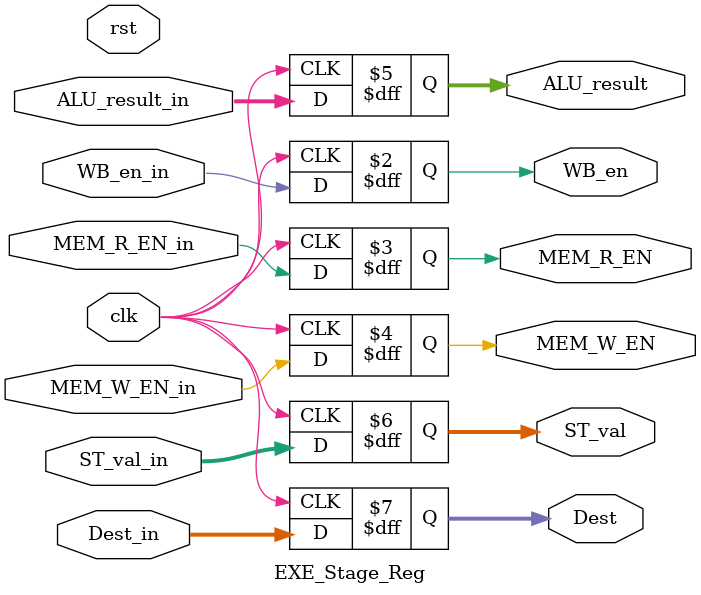
<source format=v>
module EXE_Stage_Reg(input clk,rst,
                input WB_en_in,MEM_R_EN_in,MEM_W_EN_in,
                input [31:0] ALU_result_in,ST_val_in,
                input [3:0] Dest_in,
                output reg WB_en,MEM_R_EN,MEM_W_EN,
                output reg [31:0] ALU_result,ST_val,
                output reg [3:0] Dest);
                
  always@(posedge clk)begin
    WB_en<=WB_en_in;
    MEM_R_EN<=MEM_R_EN_in;
    MEM_W_EN<=MEM_W_EN_in;
    ALU_result<=ALU_result_in;
    ST_val<=ST_val_in;
    Dest<=Dest_in; 
  end
  
endmodule

</source>
